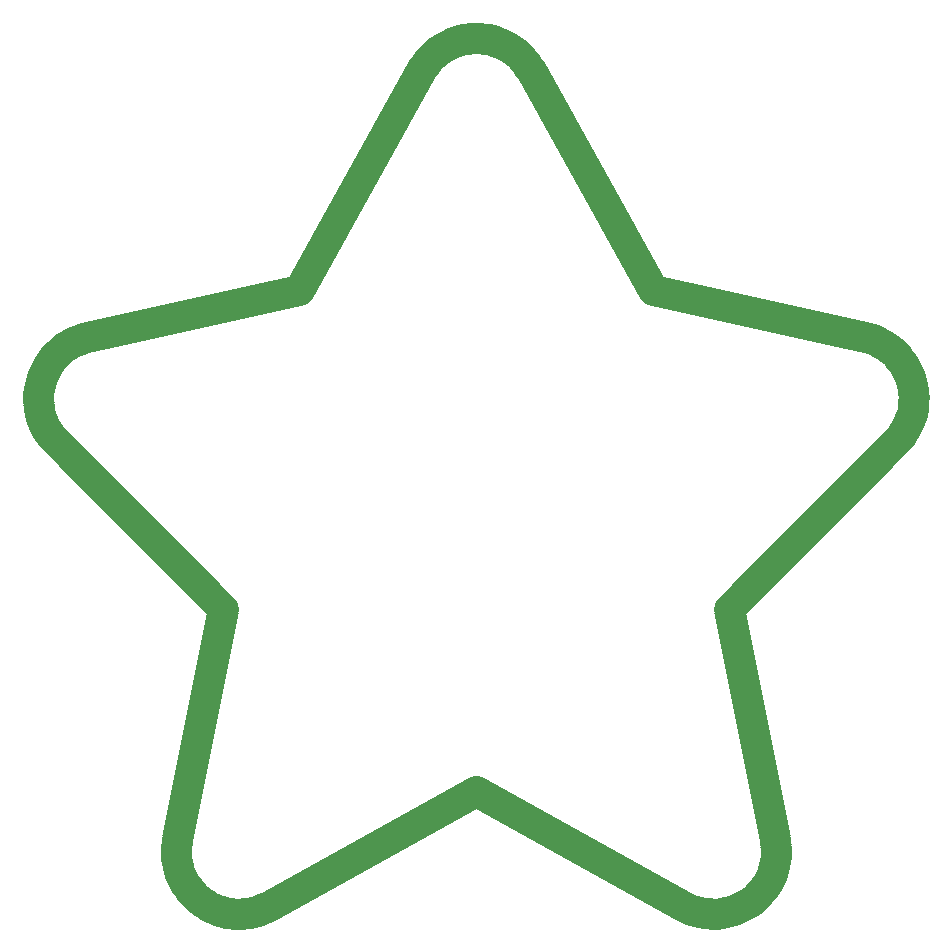
<source format=gbr>
%TF.GenerationSoftware,KiCad,Pcbnew,6.0.2+dfsg-1*%
%TF.CreationDate,2025-11-15T19:05:01+01:00*%
%TF.ProjectId,xmas,786d6173-2e6b-4696-9361-645f70636258,rev?*%
%TF.SameCoordinates,Original*%
%TF.FileFunction,Profile,NP*%
%FSLAX46Y46*%
G04 Gerber Fmt 4.6, Leading zero omitted, Abs format (unit mm)*
G04 Created by KiCad (PCBNEW 6.0.2+dfsg-1) date 2025-11-15 19:05:01*
%MOMM*%
%LPD*%
G01*
G04 APERTURE LIST*
%TA.AperFunction,Profile*%
%ADD10C,2.645833*%
%TD*%
G04 APERTURE END LIST*
D10*
X76000000Y-115000000D02*
X75795241Y-114995970D01*
X75795241Y-114995970D02*
X75590873Y-114983887D01*
X75590873Y-114983887D02*
X75387102Y-114963758D01*
X75387102Y-114963758D02*
X75184133Y-114935590D01*
X75184133Y-114935590D02*
X74982172Y-114899393D01*
X74982172Y-114899393D02*
X74781424Y-114855172D01*
X74781424Y-114855172D02*
X74582094Y-114802936D01*
X74582094Y-114802936D02*
X74384389Y-114742693D01*
X74384389Y-114742693D02*
X74188512Y-114674451D01*
X74188512Y-114674451D02*
X73994671Y-114598216D01*
X73994671Y-114598216D02*
X73803070Y-114513998D01*
X73803070Y-114513998D02*
X73613914Y-114421803D01*
X73613914Y-114421803D02*
X73427409Y-114321640D01*
X73427409Y-114321640D02*
X73243761Y-114213516D01*
X73243761Y-114213516D02*
X73063174Y-114097439D01*
X73063174Y-114097439D02*
X72885854Y-113973417D01*
X72885854Y-113973417D02*
X72730470Y-113855743D01*
X72730470Y-113855743D02*
X72580368Y-113733502D01*
X72580368Y-113733502D02*
X72435604Y-113606838D01*
X72435604Y-113606838D02*
X72296236Y-113475897D01*
X72296236Y-113475897D02*
X72162322Y-113340825D01*
X72162322Y-113340825D02*
X72033918Y-113201767D01*
X72033918Y-113201767D02*
X71911081Y-113058868D01*
X71911081Y-113058868D02*
X71793869Y-112912273D01*
X71793869Y-112912273D02*
X71682339Y-112762128D01*
X71682339Y-112762128D02*
X71576548Y-112608579D01*
X71576548Y-112608579D02*
X71476553Y-112451770D01*
X71476553Y-112451770D02*
X71382411Y-112291846D01*
X71382411Y-112291846D02*
X71294180Y-112128954D01*
X71294180Y-112128954D02*
X71211916Y-111963239D01*
X71211916Y-111963239D02*
X71135678Y-111794845D01*
X71135678Y-111794845D02*
X71065521Y-111623918D01*
X71065521Y-111623918D02*
X71001503Y-111450604D01*
X71001503Y-111450604D02*
X70943682Y-111275048D01*
X70943682Y-111275048D02*
X70892114Y-111097395D01*
X70892114Y-111097395D02*
X70846857Y-110917791D01*
X70846857Y-110917791D02*
X70807968Y-110736380D01*
X70807968Y-110736380D02*
X70775503Y-110553309D01*
X70775503Y-110553309D02*
X70749521Y-110368722D01*
X70749521Y-110368722D02*
X70730078Y-110182766D01*
X70730078Y-110182766D02*
X70717232Y-109995584D01*
X70717232Y-109995584D02*
X70711039Y-109807323D01*
X70711039Y-109807323D02*
X70711558Y-109618128D01*
X70711558Y-109618128D02*
X70718844Y-109428145D01*
X70718844Y-109428145D02*
X70732955Y-109237518D01*
X70732955Y-109237518D02*
X70753949Y-109046393D01*
X70753949Y-109046393D02*
X70781882Y-108854915D01*
X70781882Y-108854915D02*
X70816811Y-108663230D01*
X70816811Y-108663230D02*
X74708833Y-89203129D01*
X74708833Y-89203129D02*
X60598605Y-75092897D01*
X60598605Y-75092897D02*
X60352217Y-74829196D01*
X60352217Y-74829196D02*
X60126205Y-74551814D01*
X60126205Y-74551814D02*
X59920850Y-74261890D01*
X59920850Y-74261890D02*
X59736435Y-73960563D01*
X59736435Y-73960563D02*
X59573244Y-73648974D01*
X59573244Y-73648974D02*
X59431560Y-73328261D01*
X59431560Y-73328261D02*
X59311664Y-72999564D01*
X59311664Y-72999564D02*
X59213842Y-72664022D01*
X59213842Y-72664022D02*
X59138374Y-72322776D01*
X59138374Y-72322776D02*
X59085545Y-71976964D01*
X59085545Y-71976964D02*
X59055636Y-71627725D01*
X59055636Y-71627725D02*
X59048932Y-71276200D01*
X59048932Y-71276200D02*
X59065714Y-70923528D01*
X59065714Y-70923528D02*
X59106267Y-70570848D01*
X59106267Y-70570848D02*
X59170872Y-70219300D01*
X59170872Y-70219300D02*
X59259813Y-69870024D01*
X59259813Y-69870024D02*
X59372220Y-69527604D01*
X59372220Y-69527604D02*
X59506454Y-69196406D01*
X59506454Y-69196406D02*
X59661649Y-68877229D01*
X59661649Y-68877229D02*
X59836935Y-68570878D01*
X59836935Y-68570878D02*
X60031445Y-68278153D01*
X60031445Y-68278153D02*
X60244311Y-67999858D01*
X60244311Y-67999858D02*
X60474664Y-67736795D01*
X60474664Y-67736795D02*
X60721636Y-67489765D01*
X60721636Y-67489765D02*
X60984359Y-67259572D01*
X60984359Y-67259572D02*
X61261965Y-67047017D01*
X61261965Y-67047017D02*
X61553585Y-66852903D01*
X61553585Y-66852903D02*
X61858352Y-66678032D01*
X61858352Y-66678032D02*
X62175397Y-66523206D01*
X62175397Y-66523206D02*
X62503853Y-66389228D01*
X62503853Y-66389228D02*
X62842850Y-66276900D01*
X62842850Y-66276900D02*
X63191521Y-66187024D01*
X63191521Y-66187024D02*
X81135563Y-62199752D01*
X81135563Y-62199752D02*
X91475479Y-43588962D01*
X91475479Y-43588962D02*
X91565475Y-43433093D01*
X91565475Y-43433093D02*
X91660260Y-43281048D01*
X91660260Y-43281048D02*
X91759706Y-43132903D01*
X91759706Y-43132903D02*
X91863687Y-42988730D01*
X91863687Y-42988730D02*
X91972077Y-42848604D01*
X91972077Y-42848604D02*
X92084749Y-42712597D01*
X92084749Y-42712597D02*
X92201577Y-42580784D01*
X92201577Y-42580784D02*
X92322434Y-42453238D01*
X92322434Y-42453238D02*
X92447194Y-42330033D01*
X92447194Y-42330033D02*
X92575730Y-42211243D01*
X92575730Y-42211243D02*
X92707917Y-42096940D01*
X92707917Y-42096940D02*
X92843627Y-41987200D01*
X92843627Y-41987200D02*
X92982734Y-41882094D01*
X92982734Y-41882094D02*
X93125111Y-41781698D01*
X93125111Y-41781698D02*
X93270633Y-41686084D01*
X93270633Y-41686084D02*
X93419173Y-41595327D01*
X93419173Y-41595327D02*
X93570603Y-41509499D01*
X93570603Y-41509499D02*
X93724799Y-41428676D01*
X93724799Y-41428676D02*
X93881633Y-41352929D01*
X93881633Y-41352929D02*
X94040979Y-41282333D01*
X94040979Y-41282333D02*
X94202711Y-41216962D01*
X94202711Y-41216962D02*
X94366702Y-41156889D01*
X94366702Y-41156889D02*
X94532825Y-41102187D01*
X94532825Y-41102187D02*
X94700955Y-41052931D01*
X94700955Y-41052931D02*
X94870964Y-41009194D01*
X94870964Y-41009194D02*
X95042726Y-40971050D01*
X95042726Y-40971050D02*
X95216116Y-40938572D01*
X95216116Y-40938572D02*
X95391006Y-40911834D01*
X95391006Y-40911834D02*
X95567269Y-40890909D01*
X95567269Y-40890909D02*
X95744781Y-40875872D01*
X95744781Y-40875872D02*
X95923413Y-40866796D01*
X95923413Y-40866796D02*
X96103040Y-40863754D01*
X96103040Y-40863754D02*
X96461299Y-40875871D01*
X96461299Y-40875871D02*
X96815069Y-40911823D01*
X96815069Y-40911823D02*
X97163336Y-40971015D01*
X97163336Y-40971015D02*
X97505084Y-41052848D01*
X97505084Y-41052848D02*
X97839297Y-41156727D01*
X97839297Y-41156727D02*
X98164961Y-41282054D01*
X98164961Y-41282054D02*
X98481059Y-41428232D01*
X98481059Y-41428232D02*
X98786576Y-41594666D01*
X98786576Y-41594666D02*
X99080497Y-41780756D01*
X99080497Y-41780756D02*
X99361806Y-41985908D01*
X99361806Y-41985908D02*
X99629489Y-42209523D01*
X99629489Y-42209523D02*
X99882529Y-42451006D01*
X99882529Y-42451006D02*
X100119911Y-42709759D01*
X100119911Y-42709759D02*
X100340619Y-42985186D01*
X100340619Y-42985186D02*
X100543639Y-43276689D01*
X100543639Y-43276689D02*
X100727955Y-43583671D01*
X100727955Y-43583671D02*
X111067869Y-62194462D01*
X111067869Y-62194462D02*
X129011909Y-66181731D01*
X129011909Y-66181731D02*
X129360580Y-66271608D01*
X129360580Y-66271608D02*
X129699577Y-66383936D01*
X129699577Y-66383936D02*
X130028032Y-66517915D01*
X130028032Y-66517915D02*
X130345077Y-66672741D01*
X130345077Y-66672741D02*
X130649844Y-66847612D01*
X130649844Y-66847612D02*
X130941464Y-67041726D01*
X130941464Y-67041726D02*
X131219070Y-67254281D01*
X131219070Y-67254281D02*
X131481793Y-67484475D01*
X131481793Y-67484475D02*
X131728765Y-67731504D01*
X131728765Y-67731504D02*
X131959118Y-67994568D01*
X131959118Y-67994568D02*
X132171984Y-68272863D01*
X132171984Y-68272863D02*
X132366494Y-68565587D01*
X132366494Y-68565587D02*
X132541781Y-68871939D01*
X132541781Y-68871939D02*
X132696976Y-69191115D01*
X132696976Y-69191115D02*
X132831210Y-69522314D01*
X132831210Y-69522314D02*
X132943617Y-69864733D01*
X132943617Y-69864733D02*
X133032558Y-70214010D01*
X133032558Y-70214010D02*
X133097164Y-70565559D01*
X133097164Y-70565559D02*
X133137716Y-70918239D01*
X133137716Y-70918239D02*
X133154498Y-71270911D01*
X133154498Y-71270911D02*
X133147794Y-71622436D01*
X133147794Y-71622436D02*
X133117885Y-71971674D01*
X133117885Y-71971674D02*
X133065055Y-72317486D01*
X133065055Y-72317486D02*
X132989587Y-72658733D01*
X132989587Y-72658733D02*
X132891764Y-72994274D01*
X132891764Y-72994274D02*
X132771868Y-73322971D01*
X132771868Y-73322971D02*
X132630183Y-73643684D01*
X132630183Y-73643684D02*
X132466992Y-73955273D01*
X132466992Y-73955273D02*
X132282577Y-74256600D01*
X132282577Y-74256600D02*
X132077222Y-74546524D01*
X132077222Y-74546524D02*
X131851208Y-74823906D01*
X131851208Y-74823906D02*
X131604821Y-75087607D01*
X131604821Y-75087607D02*
X117494594Y-89197836D01*
X117494594Y-89197836D02*
X121386615Y-108655290D01*
X121386615Y-108655290D02*
X121449013Y-109038919D01*
X121449013Y-109038919D02*
X121483715Y-109421079D01*
X121483715Y-109421079D02*
X121491178Y-109800611D01*
X121491178Y-109800611D02*
X121471860Y-110176356D01*
X121471860Y-110176356D02*
X121426219Y-110547155D01*
X121426219Y-110547155D02*
X121354710Y-110911851D01*
X121354710Y-110911851D02*
X121257792Y-111269283D01*
X121257792Y-111269283D02*
X121135923Y-111618293D01*
X121135923Y-111618293D02*
X120989559Y-111957722D01*
X120989559Y-111957722D02*
X120819157Y-112286412D01*
X120819157Y-112286412D02*
X120625176Y-112603203D01*
X120625176Y-112603203D02*
X120408072Y-112906937D01*
X120408072Y-112906937D02*
X120168302Y-113196455D01*
X120168302Y-113196455D02*
X119906325Y-113470598D01*
X119906325Y-113470598D02*
X119622597Y-113728207D01*
X119622597Y-113728207D02*
X119317576Y-113968124D01*
X119317576Y-113968124D02*
X118995538Y-114186423D01*
X118995538Y-114186423D02*
X118663264Y-114378910D01*
X118663264Y-114378910D02*
X118321991Y-114545507D01*
X118321991Y-114545507D02*
X117972955Y-114686137D01*
X117972955Y-114686137D02*
X117617392Y-114800721D01*
X117617392Y-114800721D02*
X117256539Y-114889183D01*
X117256539Y-114889183D02*
X116891632Y-114951445D01*
X116891632Y-114951445D02*
X116523907Y-114987430D01*
X116523907Y-114987430D02*
X116154601Y-114997059D01*
X116154601Y-114997059D02*
X115784950Y-114980256D01*
X115784950Y-114980256D02*
X115416191Y-114936944D01*
X115416191Y-114936944D02*
X115049559Y-114867043D01*
X115049559Y-114867043D02*
X114686291Y-114770478D01*
X114686291Y-114770478D02*
X114327624Y-114647170D01*
X114327624Y-114647170D02*
X113974794Y-114497041D01*
X113974794Y-114497041D02*
X113629037Y-114320016D01*
X113629037Y-114320016D02*
X96103040Y-104588642D01*
X96103040Y-104588642D02*
X78577043Y-114325309D01*
X78577043Y-114325309D02*
X78423894Y-114407446D01*
X78423894Y-114407446D02*
X78269128Y-114484200D01*
X78269128Y-114484200D02*
X78112867Y-114555582D01*
X78112867Y-114555582D02*
X77955229Y-114621603D01*
X77955229Y-114621603D02*
X77796337Y-114682276D01*
X77796337Y-114682276D02*
X77636308Y-114737612D01*
X77636308Y-114737612D02*
X77475264Y-114787623D01*
X77475264Y-114787623D02*
X77313325Y-114832320D01*
X77313325Y-114832320D02*
X77150611Y-114871715D01*
X77150611Y-114871715D02*
X76987241Y-114905820D01*
X76987241Y-114905820D02*
X76823337Y-114934645D01*
X76823337Y-114934645D02*
X76659019Y-114958204D01*
X76659019Y-114958204D02*
X76494406Y-114976507D01*
X76494406Y-114976507D02*
X76329618Y-114989566D01*
X76329618Y-114989566D02*
X76164776Y-114997393D01*
X76164776Y-114997393D02*
X76000000Y-115000000D01*
X76000000Y-115000000D02*
X76000000Y-115000000D01*
M02*

</source>
